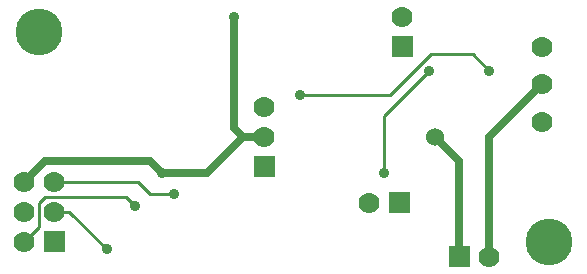
<source format=gbl>
G04 start of page 3 for group 5 idx 5 *
G04 Title: (unknown), bottom *
G04 Creator: pcb 20140316 *
G04 CreationDate: Fri 04 Sep 2020 02:51:09 AM GMT UTC *
G04 For: thomasc *
G04 Format: Gerber/RS-274X *
G04 PCB-Dimensions (mil): 2000.00 1000.00 *
G04 PCB-Coordinate-Origin: lower left *
%MOIN*%
%FSLAX25Y25*%
%LNBOTTOM*%
%ADD37C,0.1520*%
%ADD36C,0.0420*%
%ADD35C,0.0350*%
%ADD34C,0.0200*%
%ADD33C,0.0600*%
%ADD32C,0.0360*%
%ADD31C,0.1560*%
%ADD30C,0.0001*%
%ADD29C,0.0700*%
%ADD28C,0.0250*%
%ADD27C,0.0100*%
G54D27*X130000Y38000D02*Y57000D01*
X145000Y72000D01*
G54D28*X147000Y50000D02*X155000Y42000D01*
Y10000D01*
X165000D02*Y50000D01*
X182500Y67500D01*
G54D27*X165000Y72000D02*X159500Y77500D01*
X145500D01*
X132000Y64000D01*
X102000D01*
X15000Y28000D02*X17000Y30000D01*
X44000D01*
X47000Y27000D01*
X20000Y25000D02*X25000D01*
X37500Y12500D01*
X10000Y15000D02*X15000Y20000D01*
Y28000D01*
X20000Y35000D02*X48000D01*
G54D28*X17000Y42000D02*X52000D01*
X56000Y38000D01*
X71000D01*
X83000Y50000D01*
X90000D01*
G54D27*X48000Y35000D02*X52000Y31000D01*
X60000D01*
G54D28*X80000Y90000D02*Y53000D01*
X83000Y50000D01*
X10000Y35000D02*X17000Y42000D01*
G54D29*X182500Y67500D03*
Y80000D03*
Y55000D03*
G54D30*G36*
X132500Y83500D02*Y76500D01*
X139500D01*
Y83500D01*
X132500D01*
G37*
G54D29*X136000Y90000D03*
X10000Y15000D03*
Y25000D03*
Y35000D03*
G54D30*G36*
X16500Y18500D02*Y11500D01*
X23500D01*
Y18500D01*
X16500D01*
G37*
G54D29*X20000Y25000D03*
Y35000D03*
G54D30*G36*
X131500Y31500D02*Y24500D01*
X138500D01*
Y31500D01*
X131500D01*
G37*
G36*
X151500Y13500D02*Y6500D01*
X158500D01*
Y13500D01*
X151500D01*
G37*
G54D29*X165000Y10000D03*
X125000Y28000D03*
G54D30*G36*
X86500Y43500D02*Y36500D01*
X93500D01*
Y43500D01*
X86500D01*
G37*
G54D29*X90000Y50000D03*
Y60000D03*
G54D31*X15000Y85000D03*
X185000Y15000D03*
G54D32*X145000Y72000D03*
G54D33*X147000Y50000D03*
G54D32*X165000Y72000D03*
X37500Y12500D03*
X47000Y27000D03*
X56000Y38000D03*
X60000Y31000D03*
X130000Y38000D03*
X80000Y90000D03*
X102000Y64000D03*
G54D34*G54D35*G54D34*G54D36*G54D37*M02*

</source>
